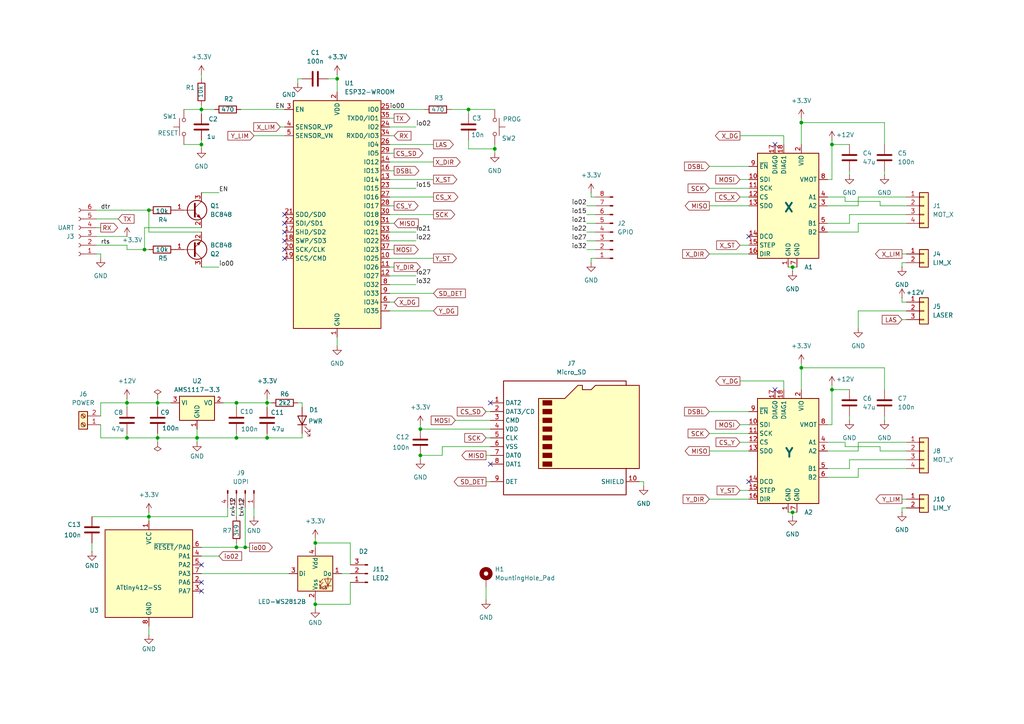
<source format=kicad_sch>
(kicad_sch (version 20250114) (generator "eeschema") (generator_version "9.0")
  (paper "A4")
  (title_block (title "Laser Cutter Flow NC control board") (date "2025-10-27") (rev "2") (company "© JaSoSe 2025"))
  (junction (at 241.3 113.03))
  (junction (at 58.42 41.91))
  (junction (at 58.42 31.75))
  (junction (at 45.72 116.84))
  (junction (at 43.18 60.96))
  (junction (at 68.58 127))
  (junction (at 45.72 127))
  (junction (at 36.83 127))
  (junction (at 43.18 149.86))
  (junction (at 121.92 124.46))
  (junction (at 71.12 158.75))
  (junction (at 77.47 127))
  (junction (at 77.47 116.84))
  (junction (at 121.92 132.08))
  (junction (at 135.89 31.75))
  (junction (at 97.79 22.86))
  (junction (at 229.87 77.47))
  (junction (at 68.58 116.84))
  (junction (at 91.44 157.48))
  (junction (at 41.91 72.39))
  (junction (at 57.15 127))
  (junction (at 232.41 106.68))
  (junction (at 143.51 43.18))
  (junction (at 68.58 158.75))
  (junction (at 36.83 116.84))
  (junction (at 241.3 41.91))
  (junction (at 229.87 148.59))
  (junction (at 91.44 175.26))
  (junction (at 232.41 35.56))
  (no_connect (at 82.55 74.93))
  (no_connect (at 82.55 67.31))
  (no_connect (at 82.55 69.85))
  (no_connect (at 82.55 62.23))
  (no_connect (at 224.79 41.91))
  (no_connect (at 217.17 139.7))
  (no_connect (at 224.79 113.03))
  (no_connect (at 82.55 64.77))
  (no_connect (at 142.24 116.84))
  (no_connect (at 142.24 134.62))
  (no_connect (at 217.17 68.58))
  (no_connect (at 58.42 171.45))
  (no_connect (at 58.42 168.91))
  (no_connect (at 58.42 163.83))
  (no_connect (at 82.55 72.39))
  (wire (pts (xy 135.89 43.18) (xy 143.51 43.18)))
  (wire (pts (xy 27.94 68.58) (xy 36.83 68.58)))
  (wire (pts (xy 171.45 76.2) (xy 171.45 74.93)))
  (wire (pts (xy 81.28 36.83) (xy 82.55 36.83)))
  (wire (pts (xy 41.91 72.39) (xy 43.18 72.39)))
  (wire (pts (xy 132.08 121.92) (xy 142.24 121.92)))
  (wire (pts (xy 45.72 127) (xy 45.72 128.27)))
  (wire (pts (xy 29.21 127) (xy 36.83 127)))
  (wire (pts (xy 77.47 127) (xy 68.58 127)))
  (wire (pts (xy 87.63 116.84) (xy 86.36 116.84)))
  (wire (pts (xy 262.89 87.63) (xy 261.62 87.63)))
  (wire (pts (xy 246.38 62.23) (xy 246.38 64.77)))
  (wire (pts (xy 58.42 40.64) (xy 58.42 41.91)))
  (wire (pts (xy 113.03 57.15) (xy 125.73 57.15)))
  (wire (pts (xy 229.87 77.47) (xy 229.87 78.74)))
  (wire (pts (xy 261.62 76.2) (xy 262.89 76.2)))
  (wire (pts (xy 101.6 168.91) (xy 101.6 175.26)))
  (wire (pts (xy 120.65 54.61) (xy 113.03 54.61)))
  (wire (pts (xy 68.58 116.84) (xy 77.47 116.84)))
  (wire (pts (xy 245.11 128.27) (xy 240.03 128.27)))
  (wire (pts (xy 135.89 40.64) (xy 135.89 43.18)))
  (wire (pts (xy 87.63 125.73) (xy 87.63 127)))
  (wire (pts (xy 256.54 35.56) (xy 232.41 35.56)))
  (wire (pts (xy 248.92 138.43) (xy 240.03 138.43)))
  (wire (pts (xy 248.92 57.15) (xy 262.89 57.15)))
  (wire (pts (xy 91.44 156.21) (xy 91.44 157.48)))
  (wire (pts (xy 121.92 123.19) (xy 121.92 124.46)))
  (wire (pts (xy 71.12 158.75) (xy 72.39 158.75)))
  (wire (pts (xy 36.83 71.12) (xy 27.94 71.12)))
  (wire (pts (xy 91.44 175.26) (xy 91.44 176.53)))
  (wire (pts (xy 45.72 115.57) (xy 45.72 116.84)))
  (wire (pts (xy 262.89 133.35) (xy 246.38 133.35)))
  (wire (pts (xy 205.74 59.69) (xy 217.17 59.69)))
  (wire (pts (xy 77.47 125.73) (xy 77.47 127)))
  (wire (pts (xy 58.42 30.48) (xy 58.42 31.75)))
  (wire (pts (xy 113.03 85.09) (xy 125.73 85.09)))
  (wire (pts (xy 58.42 161.29) (xy 63.5 161.29)))
  (wire (pts (xy 58.42 77.47) (xy 63.5 77.47)))
  (wire (pts (xy 228.6 148.59) (xy 229.87 148.59)))
  (wire (pts (xy 232.41 34.29) (xy 232.41 35.56)))
  (wire (pts (xy 232.41 106.68) (xy 232.41 113.03)))
  (wire (pts (xy 227.33 39.37) (xy 227.33 41.91)))
  (wire (pts (xy 248.92 64.77) (xy 248.92 67.31)))
  (wire (pts (xy 128.27 129.54) (xy 128.27 132.08)))
  (wire (pts (xy 255.27 58.42) (xy 245.11 58.42)))
  (wire (pts (xy 171.45 74.93) (xy 172.72 74.93)))
  (wire (pts (xy 101.6 157.48) (xy 91.44 157.48)))
  (wire (pts (xy 255.27 129.54) (xy 245.11 129.54)))
  (wire (pts (xy 241.3 41.91) (xy 241.3 52.07)))
  (wire (pts (xy 214.63 128.27) (xy 217.17 128.27)))
  (wire (pts (xy 170.18 69.85) (xy 172.72 69.85)))
  (wire (pts (xy 68.58 158.75) (xy 71.12 158.75)))
  (wire (pts (xy 140.97 139.7) (xy 142.24 139.7)))
  (wire (pts (xy 143.51 43.18) (xy 143.51 44.45)))
  (wire (pts (xy 29.21 66.04) (xy 27.94 66.04)))
  (wire (pts (xy 77.47 116.84) (xy 78.74 116.84)))
  (wire (pts (xy 41.91 72.39) (xy 36.83 72.39)))
  (wire (pts (xy 87.63 127) (xy 77.47 127)))
  (wire (pts (xy 97.79 97.79) (xy 97.79 100.33)))
  (wire (pts (xy 113.03 62.23) (xy 125.73 62.23)))
  (wire (pts (xy 245.11 58.42) (xy 245.11 57.15)))
  (wire (pts (xy 261.62 92.71) (xy 262.89 92.71)))
  (wire (pts (xy 262.89 90.17) (xy 248.92 90.17)))
  (wire (pts (xy 34.29 63.5) (xy 27.94 63.5)))
  (wire (pts (xy 36.83 116.84) (xy 36.83 118.11)))
  (wire (pts (xy 57.15 124.46) (xy 57.15 127)))
  (wire (pts (xy 205.74 130.81) (xy 217.17 130.81)))
  (wire (pts (xy 113.03 44.45) (xy 114.3 44.45)))
  (wire (pts (xy 261.62 148.59) (xy 261.62 147.32)))
  (wire (pts (xy 120.65 67.31) (xy 113.03 67.31)))
  (wire (pts (xy 140.97 119.38) (xy 142.24 119.38)))
  (wire (pts (xy 58.42 67.31) (xy 43.18 67.31)))
  (wire (pts (xy 261.62 77.47) (xy 261.62 76.2)))
  (wire (pts (xy 113.03 59.69) (xy 114.3 59.69)))
  (wire (pts (xy 43.18 60.96) (xy 27.94 60.96)))
  (wire (pts (xy 246.38 135.89) (xy 240.03 135.89)))
  (wire (pts (xy 45.72 116.84) (xy 45.72 118.11)))
  (wire (pts (xy 66.04 147.32) (xy 66.04 149.86)))
  (wire (pts (xy 241.3 52.07) (xy 240.03 52.07)))
  (wire (pts (xy 140.97 170.18) (xy 140.97 173.99)))
  (wire (pts (xy 256.54 120.65) (xy 256.54 121.92)))
  (wire (pts (xy 113.03 49.53) (xy 114.3 49.53)))
  (wire (pts (xy 170.18 62.23) (xy 172.72 62.23)))
  (wire (pts (xy 66.04 149.86) (xy 43.18 149.86)))
  (wire (pts (xy 255.27 130.81) (xy 255.27 129.54)))
  (wire (pts (xy 77.47 116.84) (xy 77.47 118.11)))
  (wire (pts (xy 57.15 127) (xy 68.58 127)))
  (wire (pts (xy 97.79 21.59) (xy 97.79 22.86)))
  (wire (pts (xy 228.6 77.47) (xy 229.87 77.47)))
  (wire (pts (xy 120.65 80.01) (xy 113.03 80.01)))
  (wire (pts (xy 262.89 59.69) (xy 255.27 59.69)))
  (wire (pts (xy 99.06 166.37) (xy 101.6 166.37)))
  (wire (pts (xy 256.54 106.68) (xy 232.41 106.68)))
  (wire (pts (xy 248.92 59.69) (xy 248.92 57.15)))
  (wire (pts (xy 58.42 41.91) (xy 58.42 43.18)))
  (wire (pts (xy 57.15 127) (xy 57.15 128.27)))
  (wire (pts (xy 29.21 123.19) (xy 29.21 127)))
  (wire (pts (xy 262.89 64.77) (xy 248.92 64.77)))
  (wire (pts (xy 214.63 110.49) (xy 227.33 110.49)))
  (wire (pts (xy 214.63 39.37) (xy 227.33 39.37)))
  (wire (pts (xy 53.34 41.91) (xy 58.42 41.91)))
  (wire (pts (xy 135.89 31.75) (xy 135.89 33.02)))
  (wire (pts (xy 36.83 115.57) (xy 36.83 116.84)))
  (wire (pts (xy 73.66 39.37) (xy 82.55 39.37)))
  (wire (pts (xy 246.38 49.53) (xy 246.38 50.8)))
  (wire (pts (xy 143.51 41.91) (xy 143.51 43.18)))
  (wire (pts (xy 229.87 148.59) (xy 229.87 149.86)))
  (wire (pts (xy 261.62 87.63) (xy 261.62 86.36)))
  (wire (pts (xy 135.89 31.75) (xy 143.51 31.75)))
  (wire (pts (xy 140.97 132.08) (xy 142.24 132.08)))
  (wire (pts (xy 113.03 31.75) (xy 123.19 31.75)))
  (wire (pts (xy 71.12 158.75) (xy 71.12 147.32)))
  (wire (pts (xy 113.03 87.63) (xy 114.3 87.63)))
  (wire (pts (xy 170.18 67.31) (xy 172.72 67.31)))
  (wire (pts (xy 229.87 148.59) (xy 231.14 148.59)))
  (wire (pts (xy 36.83 116.84) (xy 45.72 116.84)))
  (wire (pts (xy 26.67 149.86) (xy 43.18 149.86)))
  (wire (pts (xy 41.91 66.04) (xy 41.91 72.39)))
  (wire (pts (xy 241.3 40.64) (xy 241.3 41.91)))
  (wire (pts (xy 171.45 57.15) (xy 172.72 57.15)))
  (wire (pts (xy 248.92 128.27) (xy 262.89 128.27)))
  (wire (pts (xy 58.42 66.04) (xy 41.91 66.04)))
  (wire (pts (xy 246.38 64.77) (xy 240.03 64.77)))
  (wire (pts (xy 205.74 73.66) (xy 217.17 73.66)))
  (wire (pts (xy 205.74 48.26) (xy 217.17 48.26)))
  (wire (pts (xy 241.3 113.03) (xy 246.38 113.03)))
  (wire (pts (xy 91.44 157.48) (xy 91.44 158.75)))
  (wire (pts (xy 68.58 147.32) (xy 68.58 149.86)))
  (wire (pts (xy 232.41 35.56) (xy 232.41 41.91)))
  (wire (pts (xy 36.83 127) (xy 45.72 127)))
  (wire (pts (xy 248.92 135.89) (xy 248.92 138.43)))
  (wire (pts (xy 232.41 105.41) (xy 232.41 106.68)))
  (wire (pts (xy 205.74 54.61) (xy 217.17 54.61)))
  (wire (pts (xy 142.24 129.54) (xy 128.27 129.54)))
  (wire (pts (xy 26.67 157.48) (xy 26.67 160.02)))
  (wire (pts (xy 101.6 163.83) (xy 101.6 157.48)))
  (wire (pts (xy 130.81 31.75) (xy 135.89 31.75)))
  (wire (pts (xy 43.18 148.59) (xy 43.18 149.86)))
  (wire (pts (xy 45.72 127) (xy 57.15 127)))
  (wire (pts (xy 214.63 57.15) (xy 217.17 57.15)))
  (wire (pts (xy 241.3 41.91) (xy 246.38 41.91)))
  (wire (pts (xy 68.58 125.73) (xy 68.58 127)))
  (wire (pts (xy 170.18 59.69) (xy 172.72 59.69)))
  (wire (pts (xy 246.38 133.35) (xy 246.38 135.89)))
  (wire (pts (xy 256.54 41.91) (xy 256.54 35.56)))
  (wire (pts (xy 256.54 113.03) (xy 256.54 106.68)))
  (wire (pts (xy 113.03 36.83) (xy 120.65 36.83)))
  (wire (pts (xy 255.27 59.69) (xy 255.27 58.42)))
  (wire (pts (xy 214.63 142.24) (xy 217.17 142.24)))
  (wire (pts (xy 45.72 116.84) (xy 49.53 116.84)))
  (wire (pts (xy 87.63 118.11) (xy 87.63 116.84)))
  (wire (pts (xy 171.45 55.88) (xy 171.45 57.15)))
  (wire (pts (xy 240.03 67.31) (xy 248.92 67.31)))
  (wire (pts (xy 240.03 130.81) (xy 248.92 130.81)))
  (wire (pts (xy 43.18 181.61) (xy 43.18 184.15)))
  (wire (pts (xy 241.3 113.03) (xy 241.3 123.19)))
  (wire (pts (xy 58.42 158.75) (xy 68.58 158.75)))
  (wire (pts (xy 58.42 31.75) (xy 62.23 31.75)))
  (wire (pts (xy 36.83 125.73) (xy 36.83 127)))
  (wire (pts (xy 58.42 55.88) (xy 63.5 55.88)))
  (wire (pts (xy 53.34 31.75) (xy 58.42 31.75)))
  (wire (pts (xy 248.92 130.81) (xy 248.92 128.27)))
  (wire (pts (xy 205.74 119.38) (xy 217.17 119.38)))
  (wire (pts (xy 128.27 132.08) (xy 121.92 132.08)))
  (wire (pts (xy 241.3 111.76) (xy 241.3 113.03)))
  (wire (pts (xy 186.69 140.97) (xy 186.69 139.7)))
  (wire (pts (xy 262.89 135.89) (xy 248.92 135.89)))
  (wire (pts (xy 113.03 39.37) (xy 114.3 39.37)))
  (wire (pts (xy 113.03 77.47) (xy 114.3 77.47)))
  (wire (pts (xy 95.25 22.86) (xy 97.79 22.86)))
  (wire (pts (xy 97.79 22.86) (xy 97.79 26.67)))
  (wire (pts (xy 205.74 125.73) (xy 217.17 125.73)))
  (wire (pts (xy 261.62 144.78) (xy 262.89 144.78)))
  (wire (pts (xy 113.03 90.17) (xy 125.73 90.17)))
  (wire (pts (xy 29.21 74.93) (xy 29.21 73.66)))
  (wire (pts (xy 186.69 139.7) (xy 185.42 139.7)))
  (wire (pts (xy 113.03 34.29) (xy 114.3 34.29)))
  (wire (pts (xy 68.58 116.84) (xy 68.58 118.11)))
  (wire (pts (xy 214.63 71.12) (xy 217.17 71.12)))
  (wire (pts (xy 43.18 67.31) (xy 43.18 60.96)))
  (wire (pts (xy 58.42 21.59) (xy 58.42 22.86)))
  (wire (pts (xy 140.97 127) (xy 142.24 127)))
  (wire (pts (xy 120.65 82.55) (xy 113.03 82.55)))
  (wire (pts (xy 113.03 72.39) (xy 114.3 72.39)))
  (wire (pts (xy 245.11 129.54) (xy 245.11 128.27)))
  (wire (pts (xy 214.63 123.19) (xy 217.17 123.19)))
  (wire (pts (xy 64.77 116.84) (xy 68.58 116.84)))
  (wire (pts (xy 29.21 116.84) (xy 36.83 116.84)))
  (wire (pts (xy 91.44 175.26) (xy 101.6 175.26)))
  (wire (pts (xy 241.3 123.19) (xy 240.03 123.19)))
  (wire (pts (xy 87.63 22.86) (xy 86.36 22.86)))
  (wire (pts (xy 262.89 62.23) (xy 246.38 62.23)))
  (wire (pts (xy 73.66 147.32) (xy 73.66 149.86)))
  (wire (pts (xy 261.62 73.66) (xy 262.89 73.66)))
  (wire (pts (xy 256.54 49.53) (xy 256.54 50.8)))
  (wire (pts (xy 29.21 73.66) (xy 27.94 73.66)))
  (wire (pts (xy 45.72 125.73) (xy 45.72 127)))
  (wire (pts (xy 69.85 31.75) (xy 82.55 31.75)))
  (wire (pts (xy 261.62 147.32) (xy 262.89 147.32)))
  (wire (pts (xy 58.42 31.75) (xy 58.42 33.02)))
  (wire (pts (xy 240.03 59.69) (xy 248.92 59.69)))
  (wire (pts (xy 229.87 77.47) (xy 231.14 77.47)))
  (wire (pts (xy 120.65 69.85) (xy 113.03 69.85)))
  (wire (pts (xy 86.36 22.86) (xy 86.36 24.13)))
  (wire (pts (xy 43.18 149.86) (xy 43.18 151.13)))
  (wire (pts (xy 113.03 74.93) (xy 125.73 74.93)))
  (wire (pts (xy 68.58 157.48) (xy 68.58 158.75)))
  (wire (pts (xy 113.03 41.91) (xy 125.73 41.91)))
  (wire (pts (xy 246.38 120.65) (xy 246.38 121.92)))
  (wire (pts (xy 121.92 132.08) (xy 121.92 133.35)))
  (wire (pts (xy 262.89 130.81) (xy 255.27 130.81)))
  (wire (pts (xy 121.92 124.46) (xy 142.24 124.46)))
  (wire (pts (xy 113.03 46.99) (xy 125.73 46.99)))
  (wire (pts (xy 77.47 116.84) (xy 77.47 115.57)))
  (wire (pts (xy 214.63 52.07) (xy 217.17 52.07)))
  (wire (pts (xy 248.92 90.17) (xy 248.92 95.25)))
  (wire (pts (xy 113.03 52.07) (xy 125.73 52.07)))
  (wire (pts (xy 170.18 72.39) (xy 172.72 72.39)))
  (wire (pts (xy 91.44 173.99) (xy 91.44 175.26)))
  (wire (pts (xy 113.03 64.77) (xy 114.3 64.77)))
  (wire (pts (xy 227.33 110.49) (xy 227.33 113.03)))
  (wire (pts (xy 58.42 166.37) (xy 83.82 166.37)))
  (wire (pts (xy 29.21 120.65) (xy 29.21 116.84)))
  (wire (pts (xy 245.11 57.15) (xy 240.03 57.15)))
  (wire (pts (xy 36.83 71.12) (xy 36.83 72.39)))
  (wire (pts (xy 170.18 64.77) (xy 172.72 64.77)))
  (wire (pts (xy 205.74 144.78) (xy 217.17 144.78)))
  (label "io02" (at 170.18 59.69 180))
  (label "io15" (at 120.65 54.61 0))
  (label "io15" (at 170.18 62.23 180))
  (label "io32" (at 120.65 82.55 0))
  (label "tx412" (at 71.12 149.86 90))
  (label "io21" (at 120.65 67.31 0))
  (label "io00" (at 63.5 77.47 0))
  (label "io32" (at 170.18 72.39 180))
  (label "io27" (at 120.65 80.01 0))
  (label "io27" (at 170.18 69.85 180))
  (label "io22" (at 170.18 67.31 180))
  (label "io00" (at 113.03 31.75 0))
  (label "rts" (at 29.21 71.12 0))
  (label "io02" (at 120.65 36.83 0))
  (label "rx412" (at 68.58 149.86 90))
  (label "io22" (at 120.65 69.85 0))
  (label "EN" (at 63.5 55.88 0))
  (label "dtr" (at 29.21 60.96 0))
  (label "io21" (at 170.18 64.77 180))
  (label "EN" (at 82.55 31.75 180))
  (global_label "MISO" (shape input) (at 114.3 64.77 0) (property "Intersheetrefs" "${INTERSHEET_REFS}" (effects (hide yes))))
  (global_label "CS_X" (shape output) (at 125.73 57.15 0) (property "Intersheetrefs" "${INTERSHEET_REFS}" (effects (hide yes))))
  (global_label "io02" (shape input) (at 63.5 161.29 0) (property "Intersheetrefs" "${INTERSHEET_REFS}" (effects (hide yes))))
  (global_label "MOSI" (shape output) (at 114.3 72.39 0) (property "Intersheetrefs" "${INTERSHEET_REFS}" (effects (hide yes))))
  (global_label "Y_DIR" (shape output) (at 114.3 77.47 0) (property "Intersheetrefs" "${INTERSHEET_REFS}" (effects (hide yes))))
  (global_label "MOSI" (shape input) (at 214.63 123.19 180) (property "Intersheetrefs" "${INTERSHEET_REFS}" (effects (hide yes))))
  (global_label "CS_SD" (shape input) (at 140.97 119.38 180) (property "Intersheetrefs" "${INTERSHEET_REFS}" (effects (hide yes))))
  (global_label "X_DIR" (shape output) (at 125.73 46.99 0) (property "Intersheetrefs" "${INTERSHEET_REFS}" (effects (hide yes))))
  (global_label "CS_SD" (shape output) (at 114.3 44.45 0) (property "Intersheetrefs" "${INTERSHEET_REFS}" (effects (hide yes))))
  (global_label "CS_Y" (shape output) (at 114.3 59.69 0) (property "Intersheetrefs" "${INTERSHEET_REFS}" (effects (hide yes))))
  (global_label "MOSI" (shape input) (at 214.63 52.07 180) (property "Intersheetrefs" "${INTERSHEET_REFS}" (effects (hide yes))))
  (global_label "X_LIM" (shape output) (at 261.62 73.66 180) (property "Intersheetrefs" "${INTERSHEET_REFS}" (effects (hide yes))))
  (global_label "Y_DG" (shape input) (at 125.73 90.17 0) (property "Intersheetrefs" "${INTERSHEET_REFS}" (effects (hide yes))))
  (global_label "X_DIR" (shape input) (at 205.74 73.66 180) (property "Intersheetrefs" "${INTERSHEET_REFS}" (effects (hide yes))))
  (global_label "LAS" (shape input) (at 261.62 92.71 180) (property "Intersheetrefs" "${INTERSHEET_REFS}" (effects (hide yes))))
  (global_label "DSBL" (shape output) (at 114.3 49.53 0) (property "Intersheetrefs" "${INTERSHEET_REFS}" (effects (hide yes))))
  (global_label "RX" (shape output) (at 29.21 66.04 0) (property "Intersheetrefs" "${INTERSHEET_REFS}" (effects (hide yes))))
  (global_label "Y_ST" (shape input) (at 214.63 142.24 180) (property "Intersheetrefs" "${INTERSHEET_REFS}" (effects (hide yes))))
  (global_label "SCK" (shape input) (at 205.74 125.73 180) (property "Intersheetrefs" "${INTERSHEET_REFS}" (effects (hide yes))))
  (global_label "X_DG" (shape output) (at 214.63 39.37 180) (property "Intersheetrefs" "${INTERSHEET_REFS}" (effects (hide yes))))
  (global_label "Y_LIM" (shape output) (at 261.62 144.78 180) (property "Intersheetrefs" "${INTERSHEET_REFS}" (effects (hide yes))))
  (global_label "MISO" (shape output) (at 205.74 130.81 180) (property "Intersheetrefs" "${INTERSHEET_REFS}" (effects (hide yes))))
  (global_label "SCK" (shape output) (at 125.73 62.23 0) (property "Intersheetrefs" "${INTERSHEET_REFS}" (effects (hide yes))))
  (global_label "SCK" (shape input) (at 140.97 127 180) (property "Intersheetrefs" "${INTERSHEET_REFS}" (effects (hide yes))))
  (global_label "CS_Y" (shape input) (at 214.63 128.27 180) (property "Intersheetrefs" "${INTERSHEET_REFS}" (effects (hide yes))))
  (global_label "TX" (shape output) (at 114.3 34.29 0) (property "Intersheetrefs" "${INTERSHEET_REFS}" (effects (hide yes))))
  (global_label "CS_X" (shape input) (at 214.63 57.15 180) (property "Intersheetrefs" "${INTERSHEET_REFS}" (effects (hide yes))))
  (global_label "SCK" (shape input) (at 205.74 54.61 180) (property "Intersheetrefs" "${INTERSHEET_REFS}" (effects (hide yes))))
  (global_label "io00" (shape output) (at 72.39 158.75 0) (property "Intersheetrefs" "${INTERSHEET_REFS}" (effects (hide yes))))
  (global_label "MISO" (shape output) (at 205.74 59.69 180) (property "Intersheetrefs" "${INTERSHEET_REFS}" (effects (hide yes))))
  (global_label "Y_DG" (shape output) (at 214.63 110.49 180) (property "Intersheetrefs" "${INTERSHEET_REFS}" (effects (hide yes))))
  (global_label "SD_DET" (shape input) (at 125.73 85.09 0) (property "Intersheetrefs" "${INTERSHEET_REFS}" (effects (hide yes))))
  (global_label "Y_DIR" (shape input) (at 205.74 144.78 180) (property "Intersheetrefs" "${INTERSHEET_REFS}" (effects (hide yes))))
  (global_label "X_LIM" (shape input) (at 81.28 36.83 180) (property "Intersheetrefs" "${INTERSHEET_REFS}" (effects (hide yes))))
  (global_label "RX" (shape input) (at 114.3 39.37 0) (property "Intersheetrefs" "${INTERSHEET_REFS}" (effects (hide yes))))
  (global_label "Y_LIM" (shape input) (at 73.66 39.37 180) (property "Intersheetrefs" "${INTERSHEET_REFS}" (effects (hide yes))))
  (global_label "DSBL" (shape input) (at 205.74 48.26 180) (property "Intersheetrefs" "${INTERSHEET_REFS}" (effects (hide yes))))
  (global_label "X_DG" (shape input) (at 114.3 87.63 0) (property "Intersheetrefs" "${INTERSHEET_REFS}" (effects (hide yes))))
  (global_label "DSBL" (shape input) (at 205.74 119.38 180) (property "Intersheetrefs" "${INTERSHEET_REFS}" (effects (hide yes))))
  (global_label "MOSI" (shape input) (at 132.08 121.92 180) (property "Intersheetrefs" "${INTERSHEET_REFS}" (effects (hide yes))))
  (global_label "TX" (shape input) (at 34.29 63.5 0) (property "Intersheetrefs" "${INTERSHEET_REFS}" (effects (hide yes))))
  (global_label "Y_ST" (shape output) (at 125.73 74.93 0) (property "Intersheetrefs" "${INTERSHEET_REFS}" (effects (hide yes))))
  (global_label "MISO" (shape output) (at 140.97 132.08 180) (property "Intersheetrefs" "${INTERSHEET_REFS}" (effects (hide yes))))
  (global_label "X_ST" (shape output) (at 125.73 52.07 0) (property "Intersheetrefs" "${INTERSHEET_REFS}" (effects (hide yes))))
  (global_label "SD_DET" (shape output) (at 140.97 139.7 180) (property "Intersheetrefs" "${INTERSHEET_REFS}" (effects (hide yes))))
  (global_label "LAS" (shape output) (at 125.73 41.91 0) (property "Intersheetrefs" "${INTERSHEET_REFS}" (effects (hide yes))))
  (global_label "X_ST" (shape input) (at 214.63 71.12 180) (property "Intersheetrefs" "${INTERSHEET_REFS}" (effects (hide yes))))
  (symbol (lib_id "Connector:Conn_01x04_Pin") (at 71.12 142.24 270) (unit 1)
    (property "Reference" "J9" (at 69.85 137.16 90))
    (property "Value" "UDPI" (at 69.85 139.7 90))
    (property "Footprint" "Connector_PinHeader_2.54mm:PinHeader_1x04_P2.54mm_Vertical" (effects (hide yes)))
    (property "Description" "Generic connector, single row, 01x04, script generated" (effects (hide yes)))
  )
  (symbol (lib_id "power:GND") (at 246.38 50.8 0) (unit 1)
    (property "Reference" "#PWR08" (effects (hide yes)))
    (property "Value" "GND" (at 246.38 55.88 0))
    (property "Description" "Power symbol creates a global label with name \"GND\" , ground" (effects (hide yes)))
  )
  (symbol (lib_id "Switch:SW_Omron_B3FS") (at 53.34 36.83 90) (unit 1)
    (property "Reference" "SW1" (at 47.244 33.782 90) (effects (justify right)))
    (property "Value" "RESET" (at 45.72 38.608 90) (effects (justify right)))
    (property "Footprint" "!moje:SW_3x3mm" (effects (hide yes)))
    (property "Datasheet" "https://omronfs.omron.com/en_US/ecb/products/pdf/en-b3fs.pdf" (effects (hide yes)))
    (property "Description" "Omron B3FS 6x6mm single pole normally-open tactile switch" (effects (hide yes)))
  )
  (symbol (lib_id "power:GND") (at 140.97 173.99 0) (unit 1)
    (property "Reference" "#PWR037" (effects (hide yes)))
    (property "Value" "GND" (at 140.97 179.07 0))
    (property "Description" "Power symbol creates a global label with name \"GND\" , ground" (effects (hide yes)))
  )
  (symbol (lib_id "power:PWR_FLAG") (at 45.72 128.27 180) (unit 1)
    (property "Reference" "#FLG02" (effects (hide yes)))
    (property "Value" "PWR_FLAG" (effects (hide yes)))
    (property "Description" "Special symbol for telling ERC where power comes from" (effects (hide yes)))
  )
  (symbol (lib_id "power:+3.3V") (at 171.45 55.88 0) (unit 1)
    (property "Reference" "#PWR010" (effects (hide yes)))
    (property "Value" "+3.3V" (at 171.45 50.8 0))
    (property "Description" "Power symbol creates a global label with name \"+3.3V\"" (effects (hide yes)))
  )
  (symbol (lib_id "Connector:Conn_01x06_Socket") (at 22.86 68.58 180) (unit 1)
    (property "Reference" "J3" (at 21.59 68.5801 0) (effects (justify left)))
    (property "Value" "UART" (at 21.59 66.0401 0) (effects (justify left)))
    (property "Footprint" "Connector_PinSocket_2.54mm:PinSocket_1x06_P2.54mm_Vertical" (effects (hide yes)))
    (property "Description" "Generic connector, single row, 01x06, script generated" (effects (hide yes)))
  )
  (symbol (lib_id "!moje:Pololu_Breakout_TMC2130") (at 227.33 57.15 0) (unit 1)
    (property "Reference" "A1" (at 233.2833 77.47 0) (effects (justify left)))
    (property "Value" "X" (at 227.076 60.198 0) (effects (font (size 2.54 2.54) (thickness 0.508) (bold yes)) (justify left)))
    (property "Footprint" "!moje:Pololu_Breakout-18_15.2x20.3mm" (effects (hide yes)))
    (property "Description" "Pololu Stepper Driver TMC2130" (effects (hide yes)))
  )
  (symbol (lib_id "power:+3.3V") (at 121.92 123.19 0) (unit 1)
    (property "Reference" "#PWR024" (effects (hide yes)))
    (property "Value" "+3.3V" (at 121.92 118.11 0))
    (property "Description" "Power symbol creates a global label with name \"+3.3V\"" (effects (hide yes)))
  )
  (symbol (lib_id "Connector_Generic:Conn_01x04") (at 267.97 59.69 0) (unit 1)
    (property "Reference" "J1" (at 270.51 59.6899 0) (effects (justify left)))
    (property "Value" "MOT_X" (at 270.51 62.2299 0) (effects (justify left)))
    (property "Footprint" "Connector_JST:JST_EH_B4B-EH-A_1x04_P2.50mm_Vertical" (effects (hide yes)))
    (property "Description" "Generic connector, single row, 01x04, script generated (kicad-library-utils/schlib/autogen/connector/)" (effects (hide yes)))
  )
  (symbol (lib_id "power:+3.3V") (at 36.83 68.58 0) (unit 1)
    (property "Reference" "#PWR036" (effects (hide yes)))
    (property "Value" "+3.3V" (at 38.354 69.596 0))
    (property "Description" "Power symbol creates a global label with name \"+3.3V\"" (effects (hide yes)))
  )
  (symbol (lib_id "Transistor_BJT:BC848") (at 55.88 72.39 0) (mirror x) (unit 1)
    (property "Reference" "Q2" (at 60.96 73.6601 0) (effects (justify left)))
    (property "Value" "BC848" (at 60.96 71.1201 0) (effects (justify left)))
    (property "Footprint" "Package_TO_SOT_SMD:SOT-23" (effects (hide yes)))
    (property "Datasheet" "http://www.infineon.com/dgdl/Infineon-BC847SERIES_BC848SERIES_BC849SERIES_BC850SERIES-DS-v01_01-en.pdf?fileId=db3a304314dca389011541d4630a1657" (effects (hide yes)))
    (property "Description" "0.1A Ic, 30V Vce, NPN Transistor, SOT-23" (effects (hide yes)))
  )
  (symbol (lib_id "Device:R") (at 82.55 116.84 90) (mirror x) (unit 1)
    (property "Reference" "R6" (at 82.55 114.3 90))
    (property "Value" "2k2" (at 82.55 116.84 90))
    (property "Footprint" "Resistor_SMD:R_0603_1608Metric" (effects (hide yes)))
    (property "Description" "Resistor" (effects (hide yes)))
  )
  (symbol (lib_id "power:+12V") (at 261.62 86.36 0) (unit 1)
    (property "Reference" "#PWR015" (effects (hide yes)))
    (property "Value" "+12V" (at 265.43 84.836 0))
    (property "Description" "Power symbol creates a global label with name \"+12V\"" (effects (hide yes)))
  )
  (symbol (lib_id "power:GND") (at 229.87 78.74 0) (unit 1)
    (property "Reference" "#PWR014" (effects (hide yes)))
    (property "Value" "GND" (at 229.87 83.82 0))
    (property "Description" "Power symbol creates a global label with name \"GND\" , ground" (effects (hide yes)))
  )
  (symbol (lib_id "power:GND") (at 121.92 133.35 0) (unit 1)
    (property "Reference" "#PWR026" (effects (hide yes)))
    (property "Value" "GND" (at 121.92 138.43 0))
    (property "Description" "Power symbol creates a global label with name \"GND\" , ground" (effects (hide yes)))
  )
  (symbol (lib_id "power:GND") (at 73.66 149.86 0) (unit 1)
    (property "Reference" "#PWR030" (effects (hide yes)))
    (property "Value" "GND" (at 73.66 153.924 0))
    (property "Description" "Power symbol creates a global label with name \"GND\" , ground" (effects (hide yes)))
  )
  (symbol (lib_id "Device:C") (at 246.38 116.84 0) (unit 1)
    (property "Reference" "C6" (at 250.19 115.5699 0) (effects (justify left)))
    (property "Value" "47u" (at 250.19 118.1099 0) (effects (justify left)))
    (property "Footprint" "Capacitor_SMD:CP_Elec_6.3x7.7" (effects (hide yes)))
    (property "Description" "Unpolarized capacitor" (effects (hide yes)))
  )
  (symbol (lib_id "!moje:Pololu_Breakout_TMC2130") (at 227.33 128.27 0) (unit 1)
    (property "Reference" "A2" (at 233.2833 148.59 0) (effects (justify left)))
    (property "Value" "Y" (at 227.33 131.318 0) (effects (font (size 2.54 2.54) (thickness 0.508) (bold yes)) (justify left)))
    (property "Footprint" "!moje:Pololu_Breakout-18_15.2x20.3mm" (effects (hide yes)))
    (property "Description" "Pololu Stepper Driver TMC2130" (effects (hide yes)))
  )
  (symbol (lib_id "power:+3.3V") (at 58.42 21.59 0) (unit 1)
    (property "Reference" "#PWR01" (effects (hide yes)))
    (property "Value" "+3.3V" (at 58.42 16.51 0))
    (property "Description" "Power symbol creates a global label with name \"+3.3V\"" (effects (hide yes)))
  )
  (symbol (lib_id "power:GND") (at 171.45 76.2 0) (unit 1)
    (property "Reference" "#PWR012" (effects (hide yes)))
    (property "Value" "GND" (at 171.45 81.28 0))
    (property "Description" "Power symbol creates a global label with name \"GND\" , ground" (effects (hide yes)))
  )
  (symbol (lib_id "Device:LED") (at 87.63 121.92 90) (unit 1)
    (property "Reference" "D1" (at 89.662 118.872 90) (effects (justify right)))
    (property "Value" "PWR" (at 89.408 122.174 90) (effects (justify right)))
    (property "Footprint" "LED_SMD:LED_0603_1608Metric" (effects (hide yes)))
    (property "Description" "Light emitting diode" (effects (hide yes)))
    (property "Sim.Pins" "1=K 2=A" (effects (hide yes)))
  )
  (symbol (lib_id "Transistor_BJT:BC848") (at 55.88 60.96 0) (unit 1)
    (property "Reference" "Q1" (at 60.96 59.6899 0) (effects (justify left)))
    (property "Value" "BC848" (at 60.96 62.2299 0) (effects (justify left)))
    (property "Footprint" "Package_TO_SOT_SMD:SOT-23" (effects (hide yes)))
    (property "Datasheet" "http://www.infineon.com/dgdl/Infineon-BC847SERIES_BC848SERIES_BC849SERIES_BC850SERIES-DS-v01_01-en.pdf?fileId=db3a304314dca389011541d4630a1657" (effects (hide yes)))
    (property "Description" "0.1A Ic, 30V Vce, NPN Transistor, SOT-23" (effects (hide yes)))
  )
  (symbol (lib_id "power:+3.3V") (at 91.44 156.21 0) (unit 1)
    (property "Reference" "#PWR032" (effects (hide yes)))
    (property "Value" "+3.3V" (at 91.44 151.13 0))
    (property "Description" "Power symbol creates a global label with name \"+3.3V\"" (effects (hide yes)))
  )
  (symbol (lib_id "power:GND") (at 91.44 176.53 0) (unit 1)
    (property "Reference" "#PWR034" (effects (hide yes)))
    (property "Value" "GND" (at 91.44 180.594 0))
    (property "Description" "Power symbol creates a global label with name \"GND\" , ground" (effects (hide yes)))
  )
  (symbol (lib_id "Device:R") (at 58.42 26.67 0) (unit 1)
    (property "Reference" "R1" (at 53.848 25.4 0) (effects (justify left)))
    (property "Value" "10k" (at 58.166 28.448 90) (effects (justify left)))
    (property "Footprint" "Resistor_SMD:R_0603_1608Metric" (effects (hide yes)))
    (property "Description" "Resistor" (effects (hide yes)))
  )
  (symbol (lib_id "power:+3.3V") (at 43.18 148.59 0) (unit 1)
    (property "Reference" "#PWR028" (effects (hide yes)))
    (property "Value" "+3.3V" (at 43.18 143.51 0))
    (property "Description" "Power symbol creates a global label with name \"+3.3V\"" (effects (hide yes)))
  )
  (symbol (lib_id "power:GND") (at 97.79 100.33 0) (unit 1)
    (property "Reference" "#PWR017" (effects (hide yes)))
    (property "Value" "GND" (at 97.79 105.41 0))
    (property "Description" "Power symbol creates a global label with name \"GND\" , ground" (effects (hide yes)))
  )
  (symbol (lib_id "power:GND") (at 186.69 140.97 0) (unit 1)
    (property "Reference" "#PWR027" (effects (hide yes)))
    (property "Value" "GND" (at 186.69 146.05 0))
    (property "Description" "Power symbol creates a global label with name \"GND\" , ground" (effects (hide yes)))
  )
  (symbol (lib_id "power:GND") (at 246.38 121.92 0) (unit 1)
    (property "Reference" "#PWR022" (effects (hide yes)))
    (property "Value" "GND" (at 246.38 127 0))
    (property "Description" "Power symbol creates a global label with name \"GND\" , ground" (effects (hide yes)))
  )
  (symbol (lib_id "power:GND") (at 86.36 24.13 0) (unit 1)
    (property "Reference" "#PWR03" (effects (hide yes)))
    (property "Value" "GND" (at 83.82 27.432 0))
    (property "Description" "Power symbol creates a global label with name \"GND\" , ground" (effects (hide yes)))
  )
  (symbol (lib_id "power:GND") (at 143.51 44.45 0) (unit 1)
    (property "Reference" "#PWR07" (effects (hide yes)))
    (property "Value" "GND" (at 143.51 49.53 0))
    (property "Description" "Power symbol creates a global label with name \"GND\" , ground" (effects (hide yes)))
  )
  (symbol (lib_id "Switch:SW_Omron_B3FS") (at 143.51 36.83 270) (unit 1)
    (property "Reference" "SW2" (at 145.542 40.132 90) (effects (justify left)))
    (property "Value" "PROG" (at 145.796 34.544 90) (effects (justify left)))
    (property "Footprint" "!moje:SW_3x3mm" (effects (hide yes)))
    (property "Datasheet" "https://omronfs.omron.com/en_US/ecb/products/pdf/en-b3fs.pdf" (effects (hide yes)))
    (property "Description" "Omron B3FS 6x6mm single pole normally-open tactile switch" (effects (hide yes)))
  )
  (symbol (lib_id "power:GND") (at 256.54 121.92 0) (unit 1)
    (property "Reference" "#PWR023" (effects (hide yes)))
    (property "Value" "GND" (at 256.54 127 0))
    (property "Description" "Power symbol creates a global label with name \"GND\" , ground" (effects (hide yes)))
  )
  (symbol (lib_id "Device:C") (at 91.44 22.86 90) (unit 1)
    (property "Reference" "C1" (at 91.44 15.24 90))
    (property "Value" "100n" (at 91.44 17.78 90))
    (property "Footprint" "Capacitor_SMD:C_0603_1608Metric" (effects (hide yes)))
    (property "Description" "Unpolarized capacitor" (effects (hide yes)))
  )
  (symbol (lib_id "power:PWR_FLAG") (at 45.72 115.57 0) (unit 1)
    (property "Reference" "#FLG01" (effects (hide yes)))
    (property "Value" "PWR_FLAG" (effects (hide yes)))
    (property "Description" "Special symbol for telling ERC where power comes from" (effects (hide yes)))
  )
  (symbol (lib_id "MCU_Microchip_ATtiny:ATtiny412-SS") (at 43.18 166.37 0) (unit 1)
    (property "Reference" "U3" (at 28.702 177.038 0) (effects (justify right)))
    (property "Value" "ATtiny412-SS" (at 46.99 170.434 0) (effects (justify right)))
    (property "Footprint" "Package_SO:SOIC-8_3.9x4.9mm_P1.27mm" (effects (hide yes)))
    (property "Datasheet" "http://ww1.microchip.com/downloads/en/DeviceDoc/40001911A.pdf" (effects (hide yes)))
    (property "Description" "20MHz, 4kB Flash, 256B SRAM, 128B EEPROM, SOIC-8" (effects (hide yes)))
  )
  (symbol (lib_id "Connector_Generic:Conn_01x04") (at 267.97 130.81 0) (unit 1)
    (property "Reference" "J8" (at 270.51 130.8099 0) (effects (justify left)))
    (property "Value" "MOT_Y" (at 270.51 133.3499 0) (effects (justify left)))
    (property "Footprint" "Connector_JST:JST_EH_B4B-EH-A_1x04_P2.50mm_Vertical" (effects (hide yes)))
    (property "Description" "Generic connector, single row, 01x04, script generated (kicad-library-utils/schlib/autogen/connector/)" (effects (hide yes)))
  )
  (symbol (lib_id "power:GND") (at 256.54 50.8 0) (unit 1)
    (property "Reference" "#PWR09" (effects (hide yes)))
    (property "Value" "GND" (at 256.54 55.88 0))
    (property "Description" "Power symbol creates a global label with name \"GND\" , ground" (effects (hide yes)))
  )
  (symbol (lib_id "power:GND") (at 58.42 43.18 0) (unit 1)
    (property "Reference" "#PWR06" (effects (hide yes)))
    (property "Value" "GND" (at 58.42 48.26 0))
    (property "Description" "Power symbol creates a global label with name \"GND\" , ground" (effects (hide yes)))
  )
  (symbol (lib_id "Device:C") (at 58.42 36.83 0) (unit 1)
    (property "Reference" "C2" (at 60.452 34.544 0) (effects (justify left)))
    (property "Value" "1u" (at 59.944 39.624 0) (effects (justify left)))
    (property "Footprint" "Capacitor_SMD:C_0603_1608Metric" (effects (hide yes)))
    (property "Description" "Unpolarized capacitor" (effects (hide yes)))
  )
  (symbol (lib_id "power:+3.3V") (at 232.41 34.29 0) (unit 1)
    (property "Reference" "#PWR04" (effects (hide yes)))
    (property "Value" "+3.3V" (at 232.41 29.21 0))
    (property "Description" "Power symbol creates a global label with name \"+3.3V\"" (effects (hide yes)))
  )
  (symbol (lib_id "Connector:Conn_01x08_Pin") (at 177.8 67.31 180) (unit 1)
    (property "Reference" "J2" (at 179.07 64.7699 0) (effects (justify right)))
    (property "Value" "GPIO" (at 179.07 67.3099 0) (effects (justify right)))
    (property "Footprint" "Connector_PinHeader_2.54mm:PinHeader_1x08_P2.54mm_Vertical" (effects (hide yes)))
    (property "Description" "Generic connector, single row, 01x08, script generated" (effects (hide yes)))
  )
  (symbol (lib_id "power:GND") (at 248.92 95.25 0) (unit 1)
    (property "Reference" "#PWR016" (effects (hide yes)))
    (property "Value" "GND" (at 248.92 100.33 0))
    (property "Description" "Power symbol creates a global label with name \"GND\" , ground" (effects (hide yes)))
  )
  (symbol (lib_id "Device:R") (at 127 31.75 90) (unit 1)
    (property "Reference" "R3" (at 127.254 28.448 90))
    (property "Value" "470" (at 127 31.75 90))
    (property "Footprint" "Resistor_SMD:R_0603_1608Metric" (effects (hide yes)))
    (property "Description" "Resistor" (effects (hide yes)))
  )
  (symbol (lib_id "!moje:LED-WS2812B") (at 91.44 166.37 0) (unit 1)
    (property "Reference" "D2" (at 105.41 159.9498 0))
    (property "Value" "LED-WS2812B" (at 81.788 174.498 0))
    (property "Footprint" "LED_SMD:LED_Cree-PLCC4_2x2mm_CW" (effects (hide yes)))
    (property "Description" "RGB LED with integrated controller" (effects (hide yes)))
  )
  (symbol (lib_id "power:GND") (at 29.21 74.93 0) (mirror y) (unit 1)
    (property "Reference" "#PWR011" (effects (hide yes)))
    (property "Value" "GND" (at 29.21 80.01 0))
    (property "Description" "Power symbol creates a global label with name \"GND\" , ground" (effects (hide yes)))
  )
  (symbol (lib_id "Device:C") (at 36.83 121.92 0) (unit 1)
    (property "Reference" "C8" (at 33.02 119.634 0) (effects (justify left)))
    (property "Value" "47u" (at 32.258 124.46 0) (effects (justify left)))
    (property "Footprint" "Capacitor_SMD:CP_Elec_6.3x7.7" (effects (hide yes)))
    (property "Description" "Unpolarized capacitor" (effects (hide yes)))
  )
  (symbol (lib_id "Device:C") (at 68.58 121.92 0) (unit 1)
    (property "Reference" "C10" (at 69.596 119.38 0) (effects (justify left)))
    (property "Value" "100n" (at 69.85 124.46 0) (effects (justify left)))
    (property "Footprint" "Capacitor_SMD:C_0603_1608Metric" (effects (hide yes)))
    (property "Description" "Unpolarized capacitor" (effects (hide yes)))
  )
  (symbol (lib_id "Connector:Conn_01x03_Pin") (at 106.68 166.37 180) (unit 1)
    (property "Reference" "J11" (at 107.95 165.0999 0) (effects (justify right)))
    (property "Value" "LED2" (at 107.95 167.6399 0) (effects (justify right)))
    (property "Footprint" "Connector_PinHeader_2.54mm:PinHeader_1x03_P2.54mm_Vertical" (effects (hide yes)))
    (property "Description" "Generic connector, single row, 01x03, script generated" (effects (hide yes)))
  )
  (symbol (lib_id "Connector_Generic:Conn_01x02") (at 267.97 73.66 0) (unit 1)
    (property "Reference" "J4" (at 270.51 73.6599 0) (effects (justify left)))
    (property "Value" "LIM_X" (at 270.51 76.1999 0) (effects (justify left)))
    (property "Footprint" "Connector_JST:JST_PH_B2B-PH-K_1x02_P2.00mm_Vertical" (effects (hide yes)))
    (property "Description" "Generic connector, single row, 01x02, script generated (kicad-library-utils/schlib/autogen/connector/)" (effects (hide yes)))
  )
  (symbol (lib_id "Device:C") (at 77.47 121.92 0) (unit 1)
    (property "Reference" "C11" (at 78.486 119.634 0) (effects (justify left)))
    (property "Value" "47u" (at 78.74 124.46 0) (effects (justify left)))
    (property "Footprint" "Capacitor_SMD:CP_Elec_6.3x7.7" (effects (hide yes)))
    (property "Description" "Unpolarized capacitor" (effects (hide yes)))
  )
  (symbol (lib_id "Device:R") (at 68.58 153.67 0) (unit 1)
    (property "Reference" "R7" (at 64.516 153.924 0) (effects (justify left)))
    (property "Value" "3k9" (at 68.58 155.702 90) (effects (justify left)))
    (property "Footprint" "Resistor_SMD:R_0603_1608Metric" (effects (hide yes)))
    (property "Description" "Resistor" (effects (hide yes)))
  )
  (symbol (lib_id "power:+3.3V") (at 77.47 115.57 0) (unit 1)
    (property "Reference" "#PWR021" (effects (hide yes)))
    (property "Value" "+3.3V" (at 77.47 110.49 0))
    (property "Description" "Power symbol creates a global label with name \"+3.3V\"" (effects (hide yes)))
  )
  (symbol (lib_id "Connector:Micro_SD_Card_Det1") (at 165.1 127 0) (unit 1)
    (property "Reference" "J7" (at 165.735 105.41 0))
    (property "Value" "Micro_SD" (at 165.735 107.95 0))
    (property "Footprint" "!moje:J_SD_Card-micro_socket_A" (effects (hide yes)))
    (property "Datasheet" "https://datasheet.lcsc.com/lcsc/2110151630_XKB-Connectivity-XKTF-015-N_C381082.pdf" (effects (hide yes)))
    (property "Description" "Micro SD Card Socket with one card detection pin" (effects (hide yes)))
  )
  (symbol (lib_id "power:GND") (at 26.67 160.02 0) (unit 1)
    (property "Reference" "#PWR033" (effects (hide yes)))
    (property "Value" "GND" (at 26.67 164.084 0))
    (property "Description" "Power symbol creates a global label with name \"GND\" , ground" (effects (hide yes)))
  )
  (symbol (lib_id "Device:R") (at 46.99 60.96 90) (mirror x) (unit 1)
    (property "Reference" "R4" (at 47.244 63.754 90))
    (property "Value" "10k" (at 46.99 61.214 90))
    (property "Footprint" "Resistor_SMD:R_0603_1608Metric" (effects (hide yes)))
    (property "Description" "Resistor" (effects (hide yes)))
  )
  (symbol (lib_id "power:+12V") (at 36.83 115.57 0) (unit 1)
    (property "Reference" "#PWR020" (effects (hide yes)))
    (property "Value" "+12V" (at 36.83 110.49 0))
    (property "Description" "Power symbol creates a global label with name \"+12V\"" (effects (hide yes)))
  )
  (symbol (lib_id "Device:C") (at 256.54 116.84 180) (unit 1)
    (property "Reference" "C7" (at 260.35 115.5699 0) (effects (justify right)))
    (property "Value" "100n" (at 260.35 118.1099 0) (effects (justify right)))
    (property "Footprint" "Capacitor_SMD:C_0603_1608Metric" (effects (hide yes)))
    (property "Description" "Unpolarized capacitor" (effects (hide yes)))
  )
  (symbol (lib_id "power:+3.3V") (at 97.79 21.59 0) (unit 1)
    (property "Reference" "#PWR02" (effects (hide yes)))
    (property "Value" "+3.3V" (at 97.79 16.51 0))
    (property "Description" "Power symbol creates a global label with name \"+3.3V\"" (effects (hide yes)))
  )
  (symbol (lib_id "power:GND") (at 261.62 77.47 0) (unit 1)
    (property "Reference" "#PWR013" (effects (hide yes)))
    (property "Value" "GND" (at 261.62 82.55 0))
    (property "Description" "Power symbol creates a global label with name \"GND\" , ground" (effects (hide yes)))
  )
  (symbol (lib_id "Connector_Generic:Conn_01x02") (at 267.97 144.78 0) (unit 1)
    (property "Reference" "J10" (at 270.51 144.7799 0) (effects (justify left)))
    (property "Value" "LIM_Y" (at 270.51 147.3199 0) (effects (justify left)))
    (property "Footprint" "Connector_JST:JST_PH_B2B-PH-K_1x02_P2.00mm_Vertical" (effects (hide yes)))
    (property "Description" "Generic connector, single row, 01x02, script generated (kicad-library-utils/schlib/autogen/connector/)" (effects (hide yes)))
  )
  (symbol (lib_id "Device:C") (at 121.92 128.27 180) (unit 1)
    (property "Reference" "C12" (at 114.808 126.746 0) (effects (justify right)))
    (property "Value" "100n" (at 113.792 129.794 0) (effects (justify right)))
    (property "Footprint" "Capacitor_SMD:C_0603_1608Metric" (effects (hide yes)))
    (property "Description" "Unpolarized capacitor" (effects (hide yes)))
  )
  (symbol (lib_id "Device:C") (at 256.54 45.72 180) (unit 1)
    (property "Reference" "C5" (at 260.35 44.4499 0) (effects (justify right)))
    (property "Value" "100n" (at 260.35 46.9899 0) (effects (justify right)))
    (property "Footprint" "Capacitor_SMD:C_0603_1608Metric" (effects (hide yes)))
    (property "Description" "Unpolarized capacitor" (effects (hide yes)))
  )
  (symbol (lib_id "Device:R") (at 46.99 72.39 90) (mirror x) (unit 1)
    (property "Reference" "R5" (at 47.244 74.93 90))
    (property "Value" "10k" (at 46.99 72.39 90))
    (property "Footprint" "Resistor_SMD:R_0603_1608Metric" (effects (hide yes)))
    (property "Description" "Resistor" (effects (hide yes)))
  )
  (symbol (lib_id "Device:C") (at 26.67 153.67 180) (unit 1)
    (property "Reference" "C13" (at 19.558 152.146 0) (effects (justify right)))
    (property "Value" "100n" (at 18.542 155.194 0) (effects (justify right)))
    (property "Footprint" "Capacitor_SMD:C_0603_1608Metric" (effects (hide yes)))
    (property "Description" "Unpolarized capacitor" (effects (hide yes)))
  )
  (symbol (lib_id "Connector:Screw_Terminal_01x02") (at 24.13 123.19 180) (unit 1)
    (property "Reference" "J6" (at 24.13 114.3 0))
    (property "Value" "POWER" (at 24.13 116.84 0))
    (property "Footprint" "TerminalBlock_RND:TerminalBlock_RND_205-00045_1x02_P5.00mm_Horizontal" (effects (hide yes)))
    (property "Description" "Generic screw terminal, single row, 01x02, script generated (kicad-library-utils/schlib/autogen/connector/)" (effects (hide yes)))
  )
  (symbol (lib_id "power:GND") (at 261.62 148.59 0) (unit 1)
    (property "Reference" "#PWR029" (effects (hide yes)))
    (property "Value" "GND" (at 261.62 153.67 0))
    (property "Description" "Power symbol creates a global label with name \"GND\" , ground" (effects (hide yes)))
  )
  (symbol (lib_id "Device:R") (at 66.04 31.75 90) (unit 1)
    (property "Reference" "R2" (at 66.294 28.702 90))
    (property "Value" "470" (at 66.04 31.75 90))
    (property "Footprint" "Resistor_SMD:R_0603_1608Metric" (effects (hide yes)))
    (property "Description" "Resistor" (effects (hide yes)))
  )
  (symbol (lib_id "power:+3.3V") (at 232.41 105.41 0) (unit 1)
    (property "Reference" "#PWR018" (effects (hide yes)))
    (property "Value" "+3.3V" (at 232.41 100.33 0))
    (property "Description" "Power symbol creates a global label with name \"+3.3V\"" (effects (hide yes)))
  )
  (symbol (lib_id "Mechanical:MountingHole_Pad") (at 140.97 167.64 0) (unit 1) (in_bom no)
    (property "Reference" "H1" (at 143.51 165.0999 0) (effects (justify left)))
    (property "Value" "MountingHole_Pad" (at 143.51 167.6399 0) (effects (justify left)))
    (property "Footprint" "MountingHole:MountingHole_3.2mm_M3_DIN965_Pad" (effects (hide yes)))
    (property "Description" "Mounting Hole with connection" (effects (hide yes)))
  )
  (symbol (lib_id "power:GND") (at 57.15 128.27 0) (unit 1)
    (property "Reference" "#PWR025" (effects (hide yes)))
    (property "Value" "GND" (at 57.15 132.334 0))
    (property "Description" "Power symbol creates a global label with name \"GND\" , ground" (effects (hide yes)))
  )
  (symbol (lib_id "power:+12V") (at 241.3 40.64 0) (unit 1)
    (property "Reference" "#PWR05" (effects (hide yes)))
    (property "Value" "+12V" (at 245.11 39.116 0))
    (property "Description" "Power symbol creates a global label with name \"+12V\"" (effects (hide yes)))
  )
  (symbol (lib_id "Device:C") (at 45.72 121.92 0) (unit 1)
    (property "Reference" "C9" (at 46.482 119.634 0) (effects (justify left)))
    (property "Value" "100n" (at 46.99 124.206 0) (effects (justify left)))
    (property "Footprint" "Capacitor_SMD:C_0603_1608Metric" (effects (hide yes)))
    (property "Description" "Unpolarized capacitor" (effects (hide yes)))
  )
  (symbol (lib_id "power:GND") (at 43.18 184.15 0) (unit 1)
    (property "Reference" "#PWR035" (effects (hide yes)))
    (property "Value" "GND" (at 43.18 188.214 0))
    (property "Description" "Power symbol creates a global label with name \"GND\" , ground" (effects (hide yes)))
  )
  (symbol (lib_id "Regulator_Linear:AMS1117-3.3") (at 57.15 116.84 0) (unit 1)
    (property "Reference" "U2" (at 57.15 110.49 0))
    (property "Value" "AMS1117-3.3" (at 57.15 113.03 0))
    (property "Footprint" "Package_TO_SOT_SMD:SOT-223-3_TabPin2" (effects (hide yes)))
    (property "Datasheet" "http://www.advanced-monolithic.com/pdf/ds1117.pdf" (effects (hide yes)))
    (property "Description" "1A Low Dropout regulator, positive, 3.3V fixed output, SOT-223" (effects (hide yes)))
  )
  (symbol (lib_id "Device:C") (at 246.38 45.72 0) (unit 1)
    (property "Reference" "C4" (at 250.19 44.4499 0) (effects (justify left)))
    (property "Value" "47u" (at 250.19 46.9899 0) (effects (justify left)))
    (property "Footprint" "Capacitor_SMD:CP_Elec_6.3x7.7" (effects (hide yes)))
    (property "Description" "Unpolarized capacitor" (effects (hide yes)))
  )
  (symbol (lib_id "Connector_Generic:Conn_01x03") (at 267.97 90.17 0) (unit 1)
    (property "Reference" "J5" (at 270.51 88.8999 0) (effects (justify left)))
    (property "Value" "LASER" (at 270.51 91.4399 0) (effects (justify left)))
    (property "Footprint" "Connector_JST:JST_EH_B3B-EH-A_1x03_P2.50mm_Vertical" (effects (hide yes)))
    (property "Description" "Generic connector, single row, 01x03, script generated (kicad-library-utils/schlib/autogen/connector/)" (effects (hide yes)))
  )
  (symbol (lib_id "power:+12V") (at 241.3 111.76 0) (unit 1)
    (property "Reference" "#PWR019" (effects (hide yes)))
    (property "Value" "+12V" (at 245.11 109.982 0))
    (property "Description" "Power symbol creates a global label with name \"+12V\"" (effects (hide yes)))
  )
  (symbol (lib_id "Device:C") (at 135.89 36.83 0) (unit 1)
    (property "Reference" "C3" (at 136.906 34.29 0) (effects (justify left)))
    (property "Value" "10n" (at 136.652 39.116 0) (effects (justify left)))
    (property "Footprint" "Capacitor_SMD:C_0603_1608Metric" (effects (hide yes)))
    (property "Description" "Unpolarized capacitor" (effects (hide yes)))
  )
  (symbol (lib_id "power:GND") (at 229.87 149.86 0) (unit 1)
    (property "Reference" "#PWR031" (effects (hide yes)))
    (property "Value" "GND" (at 229.87 154.94 0))
    (property "Description" "Power symbol creates a global label with name \"GND\" , ground" (effects (hide yes)))
  )
  (symbol (lib_id "RF_Module:ESP32-WROOM-32") (at 97.79 62.23 0) (unit 1)
    (property "Reference" "U1" (at 99.9333 24.13 0) (effects (justify left)))
    (property "Value" "ESP32-WROOM" (at 99.9333 26.67 0) (effects (justify left)))
    (property "Footprint" "RF_Module:ESP32-WROOM-32" (effects (hide yes)))
    (property "Datasheet" "https://www.espressif.com/sites/default/files/documentation/esp32-wroom-32_datasheet_en.pdf" (effects (hide yes)))
    (property "Description" "RF Module, ESP32-D0WDQ6 SoC, Wi-Fi 802.11b/g/n, Bluetooth, BLE, 32-bit, 2.7-3.6V, onboard antenna, SMD" (effects (hide yes)))
  )
)
</source>
